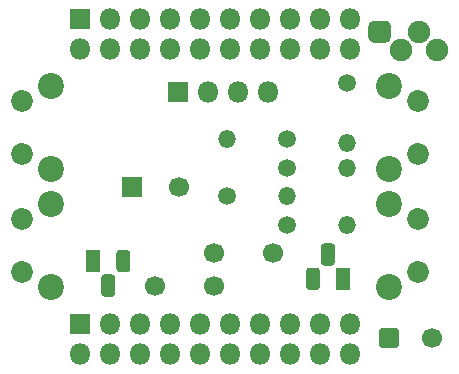
<source format=gts>
G04 #@! TF.GenerationSoftware,KiCad,Pcbnew,(5.1.6)-1*
G04 #@! TF.CreationDate,2022-03-29T00:17:24+01:00*
G04 #@! TF.ProjectId,hswatch,68737761-7463-4682-9e6b-696361645f70,v1.1*
G04 #@! TF.SameCoordinates,Original*
G04 #@! TF.FileFunction,Soldermask,Top*
G04 #@! TF.FilePolarity,Negative*
%FSLAX46Y46*%
G04 Gerber Fmt 4.6, Leading zero omitted, Abs format (unit mm)*
G04 Created by KiCad (PCBNEW (5.1.6)-1) date 2022-03-29 00:17:24*
%MOMM*%
%LPD*%
G01*
G04 APERTURE LIST*
%ADD10C,1.500000*%
%ADD11O,1.500000X1.500000*%
%ADD12C,1.700000*%
%ADD13R,1.200000X1.900000*%
%ADD14C,1.900000*%
%ADD15O,1.800000X1.800000*%
%ADD16R,1.800000X1.800000*%
%ADD17R,1.700000X1.700000*%
%ADD18C,2.200000*%
%ADD19C,1.850000*%
G04 APERTURE END LIST*
D10*
X150200000Y-86800000D03*
D11*
X150200000Y-91880000D03*
X150280000Y-98800000D03*
D10*
X145200000Y-98800000D03*
D11*
X145200000Y-96400000D03*
D10*
X140120000Y-96400000D03*
D11*
X150280000Y-94000000D03*
D10*
X145200000Y-94000000D03*
D11*
X140120000Y-91600000D03*
D10*
X145200000Y-91600000D03*
D12*
X144000000Y-101200000D03*
X139000000Y-101200000D03*
X134000000Y-104000000D03*
X139000000Y-104000000D03*
D13*
X149900000Y-103400000D03*
G36*
G01*
X147960000Y-102750000D02*
X147960000Y-104050000D01*
G75*
G02*
X147660000Y-104350000I-300000J0D01*
G01*
X147060000Y-104350000D01*
G75*
G02*
X146760000Y-104050000I0J300000D01*
G01*
X146760000Y-102750000D01*
G75*
G02*
X147060000Y-102450000I300000J0D01*
G01*
X147660000Y-102450000D01*
G75*
G02*
X147960000Y-102750000I0J-300000D01*
G01*
G37*
G36*
G01*
X149230000Y-100680000D02*
X149230000Y-101980000D01*
G75*
G02*
X148930000Y-102280000I-300000J0D01*
G01*
X148330000Y-102280000D01*
G75*
G02*
X148030000Y-101980000I0J300000D01*
G01*
X148030000Y-100680000D01*
G75*
G02*
X148330000Y-100380000I300000J0D01*
G01*
X148930000Y-100380000D01*
G75*
G02*
X149230000Y-100680000I0J-300000D01*
G01*
G37*
X128760000Y-101900000D03*
G36*
G01*
X130700000Y-102550000D02*
X130700000Y-101250000D01*
G75*
G02*
X131000000Y-100950000I300000J0D01*
G01*
X131600000Y-100950000D01*
G75*
G02*
X131900000Y-101250000I0J-300000D01*
G01*
X131900000Y-102550000D01*
G75*
G02*
X131600000Y-102850000I-300000J0D01*
G01*
X131000000Y-102850000D01*
G75*
G02*
X130700000Y-102550000I0J300000D01*
G01*
G37*
G36*
G01*
X129430000Y-104620000D02*
X129430000Y-103320000D01*
G75*
G02*
X129730000Y-103020000I300000J0D01*
G01*
X130330000Y-103020000D01*
G75*
G02*
X130630000Y-103320000I0J-300000D01*
G01*
X130630000Y-104620000D01*
G75*
G02*
X130330000Y-104920000I-300000J0D01*
G01*
X129730000Y-104920000D01*
G75*
G02*
X129430000Y-104620000I0J300000D01*
G01*
G37*
G36*
G01*
X152050000Y-82951000D02*
X152050000Y-82001000D01*
G75*
G02*
X152525000Y-81526000I475000J0D01*
G01*
X153475000Y-81526000D01*
G75*
G02*
X153950000Y-82001000I0J-475000D01*
G01*
X153950000Y-82951000D01*
G75*
G02*
X153475000Y-83426000I-475000J0D01*
G01*
X152525000Y-83426000D01*
G75*
G02*
X152050000Y-82951000I0J475000D01*
G01*
G37*
D14*
X154778000Y-84000000D03*
X156302000Y-82476000D03*
X157826000Y-84000000D03*
D15*
X143540000Y-87600000D03*
X141000000Y-87600000D03*
X138460000Y-87600000D03*
D16*
X135920000Y-87600000D03*
D15*
X150500000Y-83940000D03*
X150500000Y-81400000D03*
X147960000Y-83940000D03*
X147960000Y-81400000D03*
X145420000Y-83940000D03*
X145420000Y-81400000D03*
X142880000Y-83940000D03*
X142880000Y-81400000D03*
X140340000Y-83940000D03*
X140340000Y-81400000D03*
X137800000Y-83940000D03*
X137800000Y-81400000D03*
X135260000Y-83940000D03*
X135260000Y-81400000D03*
X132720000Y-83940000D03*
X132720000Y-81400000D03*
X130180000Y-83940000D03*
X130180000Y-81400000D03*
X127640000Y-83940000D03*
D16*
X127640000Y-81400000D03*
D15*
X150500000Y-109800000D03*
X150500000Y-107260000D03*
X147960000Y-109800000D03*
X147960000Y-107260000D03*
X145420000Y-109800000D03*
X145420000Y-107260000D03*
X142880000Y-109800000D03*
X142880000Y-107260000D03*
X140340000Y-109800000D03*
X140340000Y-107260000D03*
X137800000Y-109800000D03*
X137800000Y-107260000D03*
X135260000Y-109800000D03*
X135260000Y-107260000D03*
X132720000Y-109800000D03*
X132720000Y-107260000D03*
X130180000Y-109800000D03*
X130180000Y-107260000D03*
X127640000Y-109800000D03*
D16*
X127640000Y-107260000D03*
D17*
X132000000Y-95600000D03*
D12*
X136000000Y-95600000D03*
G36*
G01*
X152950000Y-108984375D02*
X152950000Y-107815625D01*
G75*
G02*
X153215625Y-107550000I265625J0D01*
G01*
X154384375Y-107550000D01*
G75*
G02*
X154650000Y-107815625I0J-265625D01*
G01*
X154650000Y-108984375D01*
G75*
G02*
X154384375Y-109250000I-265625J0D01*
G01*
X153215625Y-109250000D01*
G75*
G02*
X152950000Y-108984375I0J265625D01*
G01*
G37*
X157400000Y-108400000D03*
D18*
X125200000Y-87100000D03*
D19*
X122710000Y-88350000D03*
X122710000Y-92850000D03*
D18*
X125200000Y-94110000D03*
X125200000Y-97090000D03*
D19*
X122710000Y-98340000D03*
X122710000Y-102840000D03*
D18*
X125200000Y-104100000D03*
X153800000Y-87100000D03*
D19*
X156290000Y-88360000D03*
X156290000Y-92860000D03*
D18*
X153800000Y-94110000D03*
X153800000Y-97090000D03*
D19*
X156290000Y-98350000D03*
X156290000Y-102850000D03*
D18*
X153800000Y-104100000D03*
M02*

</source>
